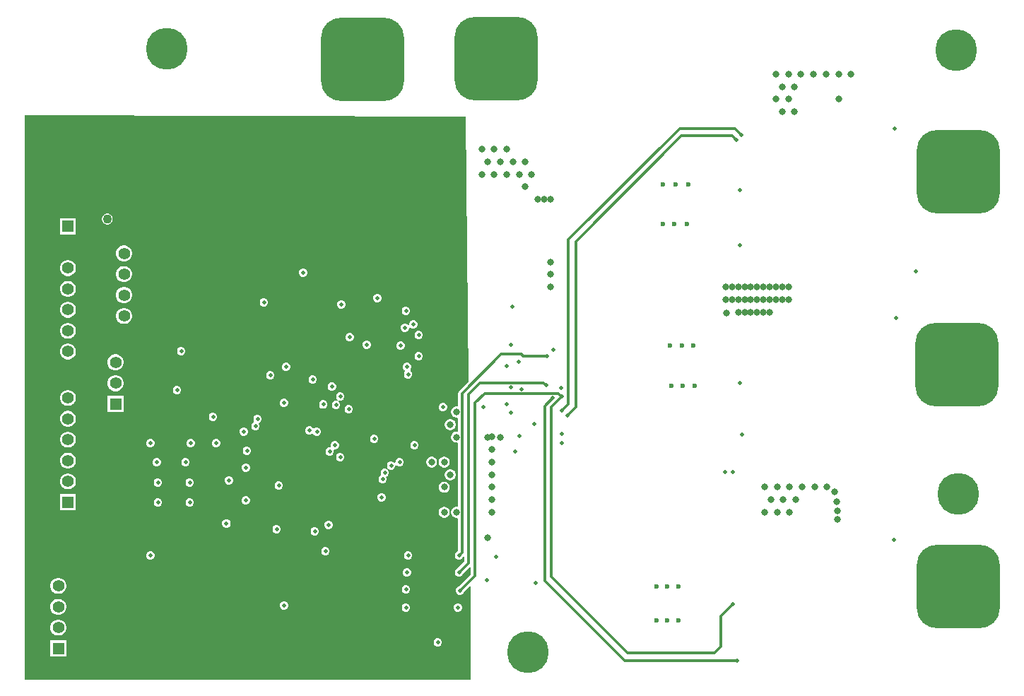
<source format=gbr>
%FSTAX23Y23*%
%MOIN*%
%SFA1B1*%

%IPPOS*%
%AMD100*
4,1,8,0.098400,0.196800,-0.098400,0.196800,-0.196800,0.098400,-0.196800,-0.098400,-0.098400,-0.196800,0.098400,-0.196800,0.196800,-0.098400,0.196800,0.098400,0.098400,0.196800,0.0*
1,1,0.196860,0.098400,0.098400*
1,1,0.196860,-0.098400,0.098400*
1,1,0.196860,-0.098400,-0.098400*
1,1,0.196860,0.098400,-0.098400*
%
%AMD101*
4,1,8,-0.196800,0.098400,-0.196800,-0.098400,-0.098400,-0.196800,0.098400,-0.196800,0.196800,-0.098400,0.196800,0.098400,0.098400,0.196800,-0.098400,0.196800,-0.196800,0.098400,0.0*
1,1,0.196860,-0.098400,0.098400*
1,1,0.196860,-0.098400,-0.098400*
1,1,0.196860,0.098400,-0.098400*
1,1,0.196860,0.098400,0.098400*
%
%ADD91R,0.055120X0.055120*%
%ADD92C,0.055120*%
%ADD93C,0.043310*%
%ADD98C,0.011810*%
%ADD99C,0.196850*%
G04~CAMADD=100~8~0.0~0.0~3937.0~3937.0~984.3~0.0~15~0.0~0.0~0.0~0.0~0~0.0~0.0~0.0~0.0~0~0.0~0.0~0.0~0.0~3937.0~3937.0*
%ADD100D100*%
G04~CAMADD=101~8~0.0~0.0~3937.0~3937.0~984.3~0.0~15~0.0~0.0~0.0~0.0~0~0.0~0.0~0.0~0.0~0~0.0~0.0~0.0~90.0~3936.0~3936.0*
%ADD101D101*%
%ADD102C,0.019680*%
%ADD103C,0.031500*%
%ADD104C,0.023620*%
%LNpcb_copper_signal_2-1*%
%LPD*%
G36*
X04847Y02973D02*
X04847Y02973D01*
X04847Y02973*
X04846Y02973*
X04846Y02973*
X04845Y02973*
X04844Y02974*
X04842Y02974*
X04841Y02974*
Y02985*
X04842Y02985*
X04845Y02986*
X04846Y02986*
X04846Y02986*
X04847Y02986*
X04847Y02986*
X04847Y02986*
Y02973*
G37*
G36*
X04882Y02772D02*
X04882Y02772D01*
X04882Y02772*
X04881Y02772*
X04881Y02772*
X0488Y02771*
X04879Y0277*
X04878Y02769*
X04877Y02768*
X04868Y02777*
X04869Y02778*
X04871Y0278*
X04872Y02781*
X04872Y02781*
X04872Y02782*
X04872Y02782*
X04872Y02782*
X04882Y02772*
G37*
G36*
X0447Y0411D02*
X04484Y0286D01*
X04442Y02817*
X04438Y02811*
X04436Y02805*
Y02745*
X04432Y02742*
X04432Y02742*
X04425*
X04419Y0274*
X04413Y02737*
X04408Y02732*
X04405Y02726*
X04403Y02719*
Y02713*
X04405Y02706*
X04408Y027*
X04413Y02695*
X04419Y02692*
X04425Y0269*
X04432*
X04432Y0269*
X04436Y02687*
Y02627*
X04432Y02624*
X04432Y02624*
X04425*
X04419Y02622*
X04413Y02619*
X04408Y02614*
X04405Y02608*
X04403Y02601*
Y02595*
X04405Y02588*
X04408Y02582*
X04413Y02577*
X04419Y02574*
X04425Y02572*
X04432*
X04432Y02572*
X04436Y02569*
Y02272*
X04432Y02269*
X04432Y02269*
X04425*
X04419Y02268*
X04413Y02264*
X04408Y02259*
X04405Y02254*
X04403Y02247*
Y0224*
X04405Y02234*
X04408Y02228*
X04413Y02223*
X04419Y0222*
X04425Y02218*
X04432*
X04432Y02218*
X04436Y02215*
Y02062*
X04433Y02058*
X04428Y02056*
X04423Y02051*
X0442Y02043*
Y02036*
X04423Y02028*
X04428Y02023*
X04436Y0202*
X04443*
X04451Y02023*
X04456Y02028*
X04458Y02033*
X04462Y02036*
X04466Y02034*
Y02012*
X04433Y01978*
X04428Y01976*
X04423Y01971*
X0442Y01963*
Y01956*
X04423Y01948*
X04428Y01943*
X04436Y0194*
X04443*
X04451Y01943*
X04456Y01948*
X04458Y01953*
X0449Y01985*
X04495Y01983*
X04495Y01951*
X04438Y01893*
X04433Y01891*
X04428Y01886*
X04425Y01878*
Y01871*
X04428Y01863*
X04433Y01858*
X04441Y01855*
X04448*
X04456Y01858*
X04461Y01863*
X04463Y01868*
X04491Y01896*
X04496Y01894*
X04496Y01864*
Y01455*
X0239*
Y02065*
Y04114*
X02393Y04118*
X0447Y0411*
G37*
G36*
X04453Y02045D02*
X04453Y02044D01*
X0445Y02042*
X0445Y02041*
X0445Y02041*
X0445Y0204*
X04449Y0204*
X04449Y0204*
X0444Y02049*
X0444Y02049*
X0444Y0205*
X04441Y0205*
X04441Y0205*
X04442Y0205*
X04443Y02051*
X04444Y02053*
X04445Y02053*
X04453Y02045*
G37*
G36*
Y01965D02*
X04453Y01964D01*
X0445Y01962*
X0445Y01961*
X0445Y01961*
X0445Y0196*
X04449Y0196*
X04449Y0196*
X0444Y01969*
X0444Y01969*
X0444Y0197*
X04441Y0197*
X04441Y0197*
X04442Y0197*
X04443Y01971*
X04444Y01973*
X04445Y01973*
X04453Y01965*
G37*
G36*
X04458Y0188D02*
X04458Y01879D01*
X04455Y01877*
X04455Y01876*
X04455Y01876*
X04455Y01875*
X04454Y01875*
X04454Y01875*
X04445Y01884*
X04445Y01884*
X04445Y01885*
X04446Y01885*
X04446Y01885*
X04447Y01885*
X04448Y01886*
X04449Y01888*
X0445Y01888*
X04458Y0188*
G37*
G36*
X05736Y0155D02*
X05737Y0155D01*
X0574Y01551*
X05741Y01551*
X05741Y01551*
X05742Y01551*
X05742Y01551*
X05742Y01551*
Y01538*
X05742Y01538*
X05742Y01538*
X05741Y01538*
X05741Y01538*
X0574Y01538*
X05739Y01539*
X05737Y01539*
X05736*
Y0155*
G37*
G36*
X05716Y01804D02*
X05716Y01805D01*
X05719Y01807*
X05719Y01808*
X05719Y01808*
X0572Y01809*
X0572Y01809*
X0572Y01809*
X05729Y018*
X05729Y018*
X05729Y018*
X05728Y01799*
X05728Y01799*
X05727Y01799*
X05726Y01798*
X05725Y01796*
X05724Y01796*
X05716Y01804*
G37*
G36*
X04963Y02705D02*
X04963Y02704D01*
X0496Y02702*
X0496Y02701*
X0496Y02701*
X0496Y027*
X04959Y027*
X04959Y027*
X0495Y02709*
X0495Y02709*
X0495Y0271*
X04951Y0271*
X04951Y0271*
X04952Y0271*
X04953Y02711*
X04954Y02713*
X04955Y02713*
X04963Y02705*
G37*
G36*
X04938Y0273D02*
X04938Y02729D01*
X04935Y02727*
X04935Y02726*
X04935Y02726*
X04934Y02725*
X04934Y02725*
X04934Y02725*
X04925Y02734*
X04925Y02734*
X04925Y02735*
X04926Y02735*
X04926Y02735*
X04927Y02735*
X04928Y02736*
X04929Y02738*
X0493Y02738*
X04938Y0273*
G37*
G36*
X05741Y04013D02*
X05742Y04013D01*
X05745Y0401*
X05745Y0401*
X05746Y0401*
X05746Y0401*
X05746Y04009*
X05747Y04009*
X05737Y04*
X05737Y04*
X05737Y04*
X05737Y04001*
X05736Y04001*
X05736Y04002*
X05735Y04003*
X05734Y04004*
X05733Y04005*
X05741Y04013*
G37*
G36*
X05766Y04038D02*
X05767Y04038D01*
X0577Y04035*
X0577Y04035*
X05771Y04035*
X05771Y04035*
X05771Y04034*
X05772Y04034*
X05762Y04025*
X05762Y04025*
X05762Y04025*
X05762Y04026*
X05761Y04026*
X05761Y04027*
X0576Y04028*
X05759Y04029*
X05758Y0403*
X05766Y04038*
G37*
%LNpcb_copper_signal_2-2*%
%LPC*%
G36*
X02784Y03652D02*
X02777D01*
X02771Y03651*
X02765Y03647*
X0276Y03642*
X02757Y03637*
X02755Y0363*
Y03623*
X02757Y03617*
X0276Y03611*
X02765Y03606*
X02771Y03603*
X02777Y03601*
X02784*
X02791Y03603*
X02796Y03606*
X02801Y03611*
X02805Y03617*
X02806Y03623*
Y0363*
X02805Y03637*
X02801Y03642*
X02796Y03647*
X02791Y03651*
X02784Y03652*
G37*
G36*
X02632Y0363D02*
X02557D01*
Y03555*
X02632*
Y0363*
G37*
G36*
X02864Y03503D02*
X02855D01*
X02845Y035*
X02836Y03495*
X02829Y03488*
X02825Y0348*
X02822Y0347*
Y0346*
X02825Y03451*
X02829Y03442*
X02836Y03435*
X02845Y0343*
X02855Y03428*
X02864*
X02874Y0343*
X02883Y03435*
X0289Y03442*
X02895Y03451*
X02897Y0346*
Y0347*
X02895Y0348*
X0289Y03488*
X02883Y03495*
X02874Y035*
X02864Y03503*
G37*
G36*
X02599Y03433D02*
X0259D01*
X0258Y03431*
X02571Y03426*
X02564Y03419*
X0256Y0341*
X02557Y03401*
Y03391*
X0256Y03381*
X02564Y03373*
X02571Y03366*
X0258Y03361*
X0259Y03358*
X02599*
X02609Y03361*
X02618Y03366*
X02625Y03373*
X0263Y03381*
X02632Y03391*
Y03401*
X0263Y0341*
X02625Y03419*
X02618Y03426*
X02609Y03431*
X02599Y03433*
G37*
G36*
X03708Y03394D02*
X03701D01*
X03693Y03391*
X03688Y03386*
X03685Y03378*
Y03371*
X03688Y03363*
X03693Y03358*
X03701Y03355*
X03708*
X03716Y03358*
X03721Y03363*
X03724Y03371*
Y03378*
X03721Y03386*
X03716Y03391*
X03708Y03394*
G37*
G36*
X02864Y03404D02*
X02855D01*
X02845Y03402*
X02836Y03397*
X02829Y0339*
X02825Y03381*
X02822Y03372*
Y03362*
X02825Y03352*
X02829Y03344*
X02836Y03337*
X02845Y03332*
X02855Y03329*
X02864*
X02874Y03332*
X02883Y03337*
X0289Y03344*
X02895Y03352*
X02897Y03362*
Y03372*
X02895Y03381*
X0289Y0339*
X02883Y03397*
X02874Y03402*
X02864Y03404*
G37*
G36*
X02599Y03335D02*
X0259D01*
X0258Y03332*
X02571Y03327*
X02564Y0332*
X0256Y03312*
X02557Y03302*
Y03292*
X0256Y03283*
X02564Y03274*
X02571Y03267*
X0258Y03262*
X0259Y0326*
X02599*
X02609Y03262*
X02618Y03267*
X02625Y03274*
X0263Y03283*
X02632Y03292*
Y03302*
X0263Y03312*
X02625Y0332*
X02618Y03327*
X02609Y03332*
X02599Y03335*
G37*
G36*
X04058Y03274D02*
X04051D01*
X04043Y03271*
X04038Y03266*
X04035Y03258*
Y03251*
X04038Y03243*
X04043Y03238*
X04051Y03235*
X04058*
X04066Y03238*
X04071Y03243*
X04074Y03251*
Y03258*
X04071Y03266*
X04066Y03271*
X04058Y03274*
G37*
G36*
X02864Y03306D02*
X02855D01*
X02845Y03303*
X02836Y03299*
X02829Y03292*
X02825Y03283*
X02822Y03273*
Y03264*
X02825Y03254*
X02829Y03245*
X02836Y03238*
X02845Y03233*
X02855Y03231*
X02864*
X02874Y03233*
X02883Y03238*
X0289Y03245*
X02895Y03254*
X02897Y03264*
Y03273*
X02895Y03283*
X0289Y03292*
X02883Y03299*
X02874Y03303*
X02864Y03306*
G37*
G36*
X03523Y03254D02*
X03516D01*
X03508Y03251*
X03503Y03246*
X035Y03238*
Y03231*
X03503Y03223*
X03508Y03218*
X03516Y03215*
X03523*
X03531Y03218*
X03536Y03223*
X03539Y03231*
Y03238*
X03536Y03246*
X03531Y03251*
X03523Y03254*
G37*
G36*
X03888Y03244D02*
X03881D01*
X03873Y03241*
X03868Y03236*
X03865Y03228*
Y03221*
X03868Y03213*
X03873Y03208*
X03881Y03205*
X03888*
X03896Y03208*
X03901Y03213*
X03904Y03221*
Y03228*
X03901Y03236*
X03896Y03241*
X03888Y03244*
G37*
G36*
X04193Y03214D02*
X04186D01*
X04178Y03211*
X04173Y03206*
X0417Y03198*
Y03191*
X04173Y03183*
X04178Y03178*
X04186Y03175*
X04193*
X04201Y03178*
X04206Y03183*
X04209Y03191*
Y03198*
X04206Y03206*
X04201Y03211*
X04193Y03214*
G37*
G36*
X02599Y03236D02*
X0259D01*
X0258Y03234*
X02571Y03229*
X02564Y03222*
X0256Y03213*
X02557Y03204*
Y03194*
X0256Y03184*
X02564Y03176*
X02571Y03169*
X0258Y03164*
X0259Y03161*
X02599*
X02609Y03164*
X02618Y03169*
X02625Y03176*
X0263Y03184*
X02632Y03194*
Y03204*
X0263Y03213*
X02625Y03222*
X02618Y03229*
X02609Y03234*
X02599Y03236*
G37*
G36*
X02864Y03208D02*
X02855D01*
X02845Y03205*
X02836Y032*
X02829Y03193*
X02825Y03185*
X02822Y03175*
Y03165*
X02825Y03156*
X02829Y03147*
X02836Y0314*
X02845Y03135*
X02855Y03132*
X02864*
X02874Y03135*
X02883Y0314*
X0289Y03147*
X02895Y03156*
X02897Y03165*
Y03175*
X02895Y03185*
X0289Y03193*
X02883Y032*
X02874Y03205*
X02864Y03208*
G37*
G36*
X04228Y03149D02*
X04221D01*
X04213Y03146*
X04208Y03141*
X04205Y03133*
Y03129*
X042Y03127*
X04196Y03131*
X04188Y03134*
X04181*
X04173Y03131*
X04168Y03126*
X04165Y03118*
Y03111*
X04168Y03103*
X04173Y03098*
X04181Y03095*
X04188*
X04196Y03098*
X04201Y03103*
X04204Y03111*
Y03115*
X04209Y03117*
X04213Y03113*
X04221Y0311*
X04228*
X04236Y03113*
X04241Y03118*
X04244Y03126*
Y03133*
X04241Y03141*
X04236Y03146*
X04228Y03149*
G37*
G36*
X02599Y03138D02*
X0259D01*
X0258Y03135*
X02571Y0313*
X02564Y03123*
X0256Y03115*
X02557Y03105*
Y03095*
X0256Y03086*
X02564Y03077*
X02571Y0307*
X0258Y03065*
X0259Y03063*
X02599*
X02609Y03065*
X02618Y0307*
X02625Y03077*
X0263Y03086*
X02632Y03095*
Y03105*
X0263Y03115*
X02625Y03123*
X02618Y0313*
X02609Y03135*
X02599Y03138*
G37*
G36*
X04253Y03099D02*
X04246D01*
X04238Y03096*
X04233Y03091*
X0423Y03083*
Y03076*
X04233Y03068*
X04238Y03063*
X04246Y0306*
X04253*
X04261Y03063*
X04266Y03068*
X04269Y03076*
Y03083*
X04266Y03091*
X04261Y03096*
X04253Y03099*
G37*
G36*
X03928Y03089D02*
X03921D01*
X03913Y03086*
X03908Y03081*
X03905Y03073*
Y03066*
X03908Y03058*
X03913Y03053*
X03921Y0305*
X03928*
X03936Y03053*
X03941Y03058*
X03944Y03066*
Y03073*
X03941Y03081*
X03936Y03086*
X03928Y03089*
G37*
G36*
X04008Y03054D02*
X04001D01*
X03993Y03051*
X03988Y03046*
X03985Y03038*
Y03031*
X03988Y03023*
X03993Y03018*
X04001Y03015*
X04008*
X04016Y03018*
X04021Y03023*
X04024Y03031*
Y03038*
X04021Y03046*
X04016Y03051*
X04008Y03054*
G37*
G36*
X04168Y03049D02*
X04161D01*
X04153Y03046*
X04148Y03041*
X04145Y03033*
Y03026*
X04148Y03018*
X04153Y03013*
X04161Y0301*
X04168*
X04176Y03013*
X04181Y03018*
X04184Y03026*
Y03033*
X04181Y03041*
X04176Y03046*
X04168Y03049*
G37*
G36*
X03133Y03024D02*
X03126D01*
X03118Y03021*
X03113Y03016*
X0311Y03008*
Y03001*
X03113Y02993*
X03118Y02988*
X03126Y02985*
X03133*
X03141Y02988*
X03146Y02993*
X03149Y03001*
Y03008*
X03146Y03016*
X03141Y03021*
X03133Y03024*
G37*
G36*
X02599Y03039D02*
X0259D01*
X0258Y03037*
X02571Y03032*
X02564Y03025*
X0256Y03016*
X02557Y03007*
Y02997*
X0256Y02987*
X02564Y02979*
X02571Y02972*
X0258Y02967*
X0259Y02964*
X02599*
X02609Y02967*
X02618Y02972*
X02625Y02979*
X0263Y02987*
X02632Y02997*
Y03007*
X0263Y03016*
X02625Y03025*
X02618Y03032*
X02609Y03037*
X02599Y03039*
G37*
G36*
X04253Y02999D02*
X04246D01*
X04238Y02996*
X04233Y02991*
X0423Y02983*
Y02976*
X04233Y02968*
X04238Y02963*
X04246Y0296*
X04253*
X04261Y02963*
X04266Y02968*
X04269Y02976*
Y02983*
X04266Y02991*
X04261Y02996*
X04253Y02999*
G37*
G36*
X02824Y02989D02*
X02815D01*
X02805Y02986*
X02796Y02981*
X02789Y02974*
X02785Y02966*
X02782Y02956*
Y02946*
X02785Y02937*
X02789Y02928*
X02796Y02921*
X02805Y02916*
X02815Y02914*
X02824*
X02834Y02916*
X02843Y02921*
X0285Y02928*
X02855Y02937*
X02857Y02946*
Y02956*
X02855Y02966*
X0285Y02974*
X02843Y02981*
X02834Y02986*
X02824Y02989*
G37*
G36*
X03628Y02949D02*
X03621D01*
X03613Y02946*
X03608Y02941*
X03605Y02933*
Y02926*
X03608Y02918*
X03613Y02913*
X03621Y0291*
X03628*
X03636Y02913*
X03641Y02918*
X03644Y02926*
Y02933*
X03641Y02941*
X03636Y02946*
X03628Y02949*
G37*
G36*
X04198D02*
X04191D01*
X04183Y02946*
X04178Y02941*
X04175Y02933*
Y02926*
X04178Y02918*
X04183Y02913*
X04184Y02913*
X04185Y02908*
X04183Y02906*
X0418Y02899*
Y02891*
X04183Y02883*
X04188Y02878*
X04196Y02875*
X04204*
X04211Y02878*
X04216Y02883*
X04219Y02891*
Y02899*
X04216Y02906*
X04211Y02911*
X0421Y02912*
X0421Y02916*
X04211Y02918*
X04214Y02926*
Y02933*
X04211Y02941*
X04206Y02946*
X04198Y02949*
G37*
G36*
X03553Y02909D02*
X03546D01*
X03538Y02906*
X03533Y02901*
X0353Y02893*
Y02886*
X03533Y02878*
X03538Y02873*
X03546Y0287*
X03553*
X03561Y02873*
X03566Y02878*
X03569Y02886*
Y02893*
X03566Y02901*
X03561Y02906*
X03553Y02909*
G37*
G36*
X03753Y02889D02*
X03746D01*
X03738Y02886*
X03733Y02881*
X0373Y02873*
Y02866*
X03733Y02858*
X03738Y02853*
X03746Y0285*
X03753*
X03761Y02853*
X03766Y02858*
X03769Y02866*
Y02873*
X03766Y02881*
X03761Y02886*
X03753Y02889*
G37*
G36*
X03844Y02857D02*
X03836D01*
X03829Y02854*
X03823Y02848*
X0382Y02841*
Y02833*
X03823Y02826*
X03829Y0282*
X03836Y02817*
X03844*
X03851Y0282*
X03857Y02826*
X0386Y02833*
Y02841*
X03857Y02848*
X03851Y02854*
X03844Y02857*
G37*
G36*
X02824Y0289D02*
X02815D01*
X02805Y02888*
X02796Y02883*
X02789Y02876*
X02785Y02867*
X02782Y02858*
Y02848*
X02785Y02838*
X02789Y0283*
X02796Y02823*
X02805Y02818*
X02815Y02815*
X02824*
X02834Y02818*
X02843Y02823*
X0285Y0283*
X02855Y02838*
X02857Y02848*
Y02858*
X02855Y02867*
X0285Y02876*
X02843Y02883*
X02834Y02888*
X02824Y0289*
G37*
G36*
X03113Y02839D02*
X03106D01*
X03098Y02836*
X03093Y02831*
X0309Y02823*
Y02816*
X03093Y02808*
X03098Y02803*
X03106Y028*
X03113*
X03121Y02803*
X03126Y02808*
X03129Y02816*
Y02823*
X03126Y02831*
X03121Y02836*
X03113Y02839*
G37*
G36*
X03883Y02809D02*
X03876D01*
X03868Y02806*
X03863Y02801*
X0386Y02793*
Y02786*
X03863Y02778*
X03868Y02773*
X03866Y02768*
X03866Y02768*
X03863Y02769*
X03856*
X03848Y02766*
X03843Y02761*
X0384Y02753*
Y02746*
X03843Y02738*
X03848Y02733*
X03856Y0273*
X03863*
X03871Y02733*
X03876Y02738*
X03879Y02746*
Y02753*
X03876Y02761*
X03871Y02766*
X03873Y02771*
X03873Y02771*
X03876Y0277*
X03883*
X03891Y02773*
X03896Y02778*
X03899Y02786*
Y02793*
X03896Y02801*
X03891Y02806*
X03883Y02809*
G37*
G36*
X02599Y02821D02*
X0259D01*
X0258Y02818*
X02571Y02813*
X02564Y02806*
X0256Y02798*
X02557Y02788*
Y02778*
X0256Y02769*
X02564Y0276*
X02571Y02753*
X0258Y02748*
X0259Y02746*
X02599*
X02609Y02748*
X02618Y02753*
X02625Y0276*
X0263Y02769*
X02632Y02778*
Y02788*
X0263Y02798*
X02625Y02806*
X02618Y02813*
X02609Y02818*
X02599Y02821*
G37*
G36*
X03618Y02779D02*
X03611D01*
X03603Y02776*
X03598Y02771*
X03595Y02763*
Y02756*
X03598Y02748*
X03603Y02743*
X03611Y0274*
X03618*
X03626Y02743*
X03631Y02748*
X03634Y02756*
Y02763*
X03631Y02771*
X03626Y02776*
X03618Y02779*
G37*
G36*
X03803Y02772D02*
X03796D01*
X03788Y02769*
X03783Y02763*
X0378Y02756*
Y02748*
X03783Y02741*
X03788Y02735*
X03796Y02732*
X03803*
X03811Y02735*
X03816Y02741*
X03819Y02748*
Y02756*
X03816Y02763*
X03811Y02769*
X03803Y02772*
G37*
G36*
X04368Y02759D02*
X04361D01*
X04353Y02756*
X04348Y02751*
X04345Y02743*
Y02736*
X04348Y02728*
X04353Y02723*
X04361Y0272*
X04368*
X04376Y02723*
X04381Y02728*
X04384Y02736*
Y02743*
X04381Y02751*
X04376Y02756*
X04368Y02759*
G37*
G36*
X02857Y02792D02*
X02782D01*
Y02717*
X02857*
Y02792*
G37*
G36*
X03923Y02749D02*
X03916D01*
X03908Y02746*
X03903Y02741*
X039Y02733*
Y02726*
X03903Y02718*
X03908Y02713*
X03916Y0271*
X03923*
X03931Y02713*
X03936Y02718*
X03939Y02726*
Y02733*
X03936Y02741*
X03931Y02746*
X03923Y02749*
G37*
G36*
X03283Y02714D02*
X03276D01*
X03268Y02711*
X03263Y02706*
X0326Y02698*
Y02691*
X03263Y02683*
X03268Y02678*
X03276Y02675*
X03283*
X03291Y02678*
X03296Y02683*
X03299Y02691*
Y02698*
X03296Y02706*
X03291Y02711*
X03283Y02714*
G37*
G36*
X02599Y02722D02*
X0259D01*
X0258Y0272*
X02571Y02715*
X02564Y02708*
X0256Y02699*
X02557Y0269*
Y0268*
X0256Y0267*
X02564Y02662*
X02571Y02655*
X0258Y0265*
X0259Y02647*
X02599*
X02609Y0265*
X02618Y02655*
X02625Y02662*
X0263Y0267*
X02632Y0268*
Y0269*
X0263Y02699*
X02625Y02708*
X02618Y02715*
X02609Y0272*
X02599Y02722*
G37*
G36*
X04403Y02683D02*
X04396D01*
X04389Y02681*
X04383Y02678*
X04379Y02673*
X04375Y02667*
X04373Y0266*
Y02654*
X04375Y02647*
X04379Y02641*
X04383Y02636*
X04389Y02633*
X04396Y02631*
X04403*
X04409Y02633*
X04415Y02636*
X0442Y02641*
X04423Y02647*
X04425Y02654*
Y0266*
X04423Y02667*
X0442Y02673*
X04415Y02678*
X04409Y02681*
X04403Y02683*
G37*
G36*
X03493Y02704D02*
X03486D01*
X03478Y02701*
X03473Y02696*
X0347Y02688*
Y02681*
X03473Y02673*
X03471Y02668*
X03468Y02666*
X03463Y02661*
X0346Y02653*
Y02646*
X03463Y02638*
X03468Y02633*
X03476Y0263*
X03483*
X03491Y02633*
X03496Y02638*
X03499Y02646*
Y02653*
X03496Y02661*
X03498Y02666*
X03501Y02668*
X03506Y02673*
X03509Y02681*
Y02688*
X03506Y02696*
X03501Y02701*
X03493Y02704*
G37*
G36*
X03738Y02649D02*
X03731D01*
X03723Y02646*
X03718Y02641*
X03715Y02633*
Y02626*
X03718Y02618*
X03723Y02613*
X03731Y0261*
X03738*
X03746Y02613*
X03748Y02615*
X03753Y02614*
X03753Y02613*
X03758Y02608*
X03766Y02605*
X03773*
X03781Y02608*
X03786Y02613*
X03789Y02621*
Y02628*
X03786Y02636*
X03781Y02641*
X03773Y02644*
X03766*
X03758Y02641*
X03756Y02639*
X03751Y0264*
X03751Y02641*
X03746Y02646*
X03738Y02649*
G37*
G36*
X03428Y02644D02*
X03421D01*
X03413Y02641*
X03408Y02636*
X03405Y02628*
Y02621*
X03408Y02613*
X03413Y02608*
X03421Y02605*
X03428*
X03436Y02608*
X03441Y02613*
X03444Y02621*
Y02628*
X03441Y02636*
X03436Y02641*
X03428Y02644*
G37*
G36*
X04043Y02609D02*
X04036D01*
X04028Y02606*
X04023Y02601*
X0402Y02593*
Y02586*
X04023Y02578*
X04028Y02573*
X04036Y0257*
X04043*
X04051Y02573*
X04056Y02578*
X04059Y02586*
Y02593*
X04056Y02601*
X04051Y02606*
X04043Y02609*
G37*
G36*
X03298Y02589D02*
X03291D01*
X03283Y02586*
X03278Y02581*
X03275Y02573*
Y02566*
X03278Y02558*
X03283Y02553*
X03291Y0255*
X03298*
X03306Y02553*
X03311Y02558*
X03314Y02566*
Y02573*
X03311Y02581*
X03306Y02586*
X03298Y02589*
G37*
G36*
X03178D02*
X03171D01*
X03163Y02586*
X03158Y02581*
X03155Y02573*
Y02566*
X03158Y02558*
X03163Y02553*
X03171Y0255*
X03178*
X03186Y02553*
X03191Y02558*
X03194Y02566*
Y02573*
X03191Y02581*
X03186Y02586*
X03178Y02589*
G37*
G36*
X02988D02*
X02981D01*
X02973Y02586*
X02968Y02581*
X02965Y02573*
Y02566*
X02968Y02558*
X02973Y02553*
X02981Y0255*
X02988*
X02996Y02553*
X03001Y02558*
X03004Y02566*
Y02573*
X03001Y02581*
X02996Y02586*
X02988Y02589*
G37*
G36*
X02599Y02624D02*
X0259D01*
X0258Y02621*
X02571Y02616*
X02564Y02609*
X0256Y02601*
X02557Y02591*
Y02581*
X0256Y02572*
X02564Y02563*
X02571Y02556*
X0258Y02551*
X0259Y02549*
X02599*
X02609Y02551*
X02618Y02556*
X02625Y02563*
X0263Y02572*
X02632Y02581*
Y02591*
X0263Y02601*
X02625Y02609*
X02618Y02616*
X02609Y02621*
X02599Y02624*
G37*
G36*
X04233Y02579D02*
X04226D01*
X04218Y02576*
X04213Y02571*
X0421Y02563*
Y02556*
X04213Y02548*
X04218Y02543*
X04226Y0254*
X04233*
X04241Y02543*
X04246Y02548*
X04249Y02556*
Y02563*
X04246Y02571*
X04241Y02576*
X04233Y02579*
G37*
G36*
X03443Y02554D02*
X03436D01*
X03428Y02551*
X03423Y02546*
X0342Y02538*
Y02531*
X03423Y02523*
X03428Y02518*
X03436Y02515*
X03443*
X03451Y02518*
X03456Y02523*
X03459Y02531*
Y02538*
X03456Y02546*
X03451Y02551*
X03443Y02554*
G37*
G36*
X03858Y02579D02*
X03851D01*
X03843Y02576*
X03838Y02571*
X03835Y02563*
Y02556*
X03835Y02554*
X03835Y02553*
X03832Y02549*
X03826*
X03818Y02546*
X03813Y02541*
X0381Y02533*
Y02526*
X03813Y02518*
X03818Y02513*
X03826Y0251*
X03833*
X03841Y02513*
X03846Y02518*
X03849Y02526*
Y02533*
X03849Y02535*
X03849Y02536*
X03852Y0254*
X03858*
X03866Y02543*
X03871Y02548*
X03874Y02556*
Y02563*
X03871Y02571*
X03866Y02576*
X03858Y02579*
G37*
G36*
X03883Y02524D02*
X03876D01*
X03868Y02521*
X03863Y02516*
X0386Y02508*
Y02501*
X03863Y02493*
X03868Y02488*
X03876Y02485*
X03883*
X03891Y02488*
X03896Y02493*
X03899Y02501*
Y02508*
X03896Y02516*
X03891Y02521*
X03883Y02524*
G37*
G36*
X04163Y02499D02*
X04156D01*
X04148Y02496*
X04143Y02491*
X0414Y02483*
Y02479*
X04135Y02477*
X04131Y02481*
X04123Y02484*
X04116*
X04108Y02481*
X04103Y02476*
X041Y02468*
Y02461*
X04103Y02453*
X04108Y02448*
X04116Y02445*
X04123*
X04131Y02448*
X04136Y02453*
X04139Y02461*
Y02465*
X04144Y02467*
X04148Y02463*
X04156Y0246*
X04163*
X04171Y02463*
X04176Y02468*
X04179Y02476*
Y02483*
X04176Y02491*
X04171Y02496*
X04163Y02499*
G37*
G36*
X03153D02*
X03146D01*
X03138Y02496*
X03133Y02491*
X0313Y02483*
Y02476*
X03133Y02468*
X03138Y02463*
X03146Y0246*
X03153*
X03161Y02463*
X03166Y02468*
X03169Y02476*
Y02483*
X03166Y02491*
X03161Y02496*
X03153Y02499*
G37*
G36*
X03018D02*
X03011D01*
X03003Y02496*
X02998Y02491*
X02995Y02483*
Y02476*
X02998Y02468*
X03003Y02463*
X03011Y0246*
X03018*
X03026Y02463*
X03031Y02468*
X03034Y02476*
Y02483*
X03031Y02491*
X03026Y02496*
X03018Y02499*
G37*
G36*
X04373Y02506D02*
X04366D01*
X0436Y02504*
X04354Y025*
X04349Y02496*
X04346Y0249*
X04344Y02483*
Y02476*
X04346Y0247*
X04349Y02464*
X04354Y02459*
X0436Y02456*
X04366Y02454*
X04373*
X0438Y02456*
X04385Y02459*
X0439Y02464*
X04394Y0247*
X04395Y02476*
Y02483*
X04394Y0249*
X0439Y02496*
X04385Y025*
X0438Y02504*
X04373Y02506*
G37*
G36*
X04314D02*
X04307D01*
X04301Y02504*
X04295Y025*
X0429Y02496*
X04287Y0249*
X04285Y02483*
Y02476*
X04287Y0247*
X0429Y02464*
X04295Y02459*
X04301Y02456*
X04307Y02454*
X04314*
X0432Y02456*
X04326Y02459*
X04331Y02464*
X04335Y0247*
X04336Y02476*
Y02483*
X04335Y0249*
X04331Y02496*
X04326Y025*
X0432Y02504*
X04314Y02506*
G37*
G36*
X02599Y02525D02*
X0259D01*
X0258Y02523*
X02571Y02518*
X02564Y02511*
X0256Y02502*
X02557Y02493*
Y02483*
X0256Y02473*
X02564Y02465*
X02571Y02458*
X0258Y02453*
X0259Y0245*
X02599*
X02609Y02453*
X02618Y02458*
X02625Y02465*
X0263Y02473*
X02632Y02483*
Y02493*
X0263Y02502*
X02625Y02511*
X02618Y02518*
X02609Y02523*
X02599Y02525*
G37*
G36*
X03438Y02474D02*
X03431D01*
X03423Y02471*
X03418Y02466*
X03415Y02458*
Y02451*
X03418Y02443*
X03423Y02438*
X03431Y02435*
X03438*
X03446Y02438*
X03451Y02443*
X03454Y02451*
Y02458*
X03451Y02466*
X03446Y02471*
X03438Y02474*
G37*
G36*
X04403Y02447D02*
X04396D01*
X04389Y02445*
X04383Y02441*
X04379Y02437*
X04375Y02431*
X04373Y02424*
Y02417*
X04375Y02411*
X04379Y02405*
X04383Y024*
X04389Y02397*
X04396Y02395*
X04403*
X04409Y02397*
X04415Y024*
X0442Y02405*
X04423Y02411*
X04425Y02417*
Y02424*
X04423Y02431*
X0442Y02437*
X04415Y02441*
X04409Y02445*
X04403Y02447*
G37*
G36*
X04093Y02449D02*
X04086D01*
X04078Y02446*
X04073Y02441*
X0407Y02433*
Y02426*
X04073Y02418*
X04073Y02418*
X04068Y02416*
X04063Y02411*
X0406Y02403*
Y02396*
X04063Y02388*
X04068Y02383*
X04076Y0238*
X04083*
X04091Y02383*
X04096Y02388*
X04099Y02396*
Y02403*
X04096Y02411*
X04096Y02411*
X04101Y02413*
X04106Y02418*
X04109Y02426*
Y02433*
X04106Y02441*
X04101Y02446*
X04093Y02449*
G37*
G36*
X03358Y02414D02*
X03351D01*
X03343Y02411*
X03338Y02406*
X03335Y02398*
Y02391*
X03338Y02383*
X03343Y02378*
X03351Y02375*
X03358*
X03366Y02378*
X03371Y02383*
X03374Y02391*
Y02398*
X03371Y02406*
X03366Y02411*
X03358Y02414*
G37*
G36*
X03173Y02404D02*
X03166D01*
X03158Y02401*
X03153Y02396*
X0315Y02388*
Y02381*
X03153Y02373*
X03158Y02368*
X03166Y02365*
X03173*
X03181Y02368*
X03186Y02373*
X03189Y02381*
Y02388*
X03186Y02396*
X03181Y02401*
X03173Y02404*
G37*
G36*
X03023D02*
X03016D01*
X03008Y02401*
X03003Y02396*
X03Y02388*
Y02381*
X03003Y02373*
X03008Y02368*
X03016Y02365*
X03023*
X03031Y02368*
X03036Y02373*
X03039Y02381*
Y02388*
X03036Y02396*
X03031Y02401*
X03023Y02404*
G37*
G36*
X02599Y02427D02*
X0259D01*
X0258Y02425*
X02571Y0242*
X02564Y02413*
X0256Y02404*
X02557Y02394*
Y02385*
X0256Y02375*
X02564Y02366*
X02571Y02359*
X0258Y02355*
X0259Y02352*
X02599*
X02609Y02355*
X02618Y02359*
X02625Y02366*
X0263Y02375*
X02632Y02385*
Y02394*
X0263Y02404*
X02625Y02413*
X02618Y0242*
X02609Y02425*
X02599Y02427*
G37*
G36*
X03593Y02389D02*
X03586D01*
X03578Y02386*
X03573Y02381*
X0357Y02373*
Y02366*
X03573Y02358*
X03578Y02353*
X03586Y0235*
X03593*
X03601Y02353*
X03606Y02358*
X03609Y02366*
Y02373*
X03606Y02381*
X03601Y02386*
X03593Y02389*
G37*
G36*
X04373Y02387D02*
X04366D01*
X0436Y02386*
X04354Y02382*
X04349Y02378*
X04346Y02372*
X04344Y02365*
Y02358*
X04346Y02352*
X04349Y02346*
X04354Y02341*
X0436Y02338*
X04366Y02336*
X04373*
X0438Y02338*
X04385Y02341*
X0439Y02346*
X04394Y02352*
X04395Y02358*
Y02365*
X04394Y02372*
X0439Y02378*
X04385Y02382*
X0438Y02386*
X04373Y02387*
G37*
G36*
X04078Y02334D02*
X04071D01*
X04063Y02331*
X04058Y02326*
X04055Y02318*
Y02311*
X04058Y02303*
X04063Y02298*
X04071Y02295*
X04078*
X04086Y02298*
X04091Y02303*
X04094Y02311*
Y02318*
X04091Y02326*
X04086Y02331*
X04078Y02334*
G37*
G36*
X03438Y02319D02*
X03431D01*
X03423Y02316*
X03418Y02311*
X03415Y02303*
Y02296*
X03418Y02288*
X03423Y02283*
X03431Y0228*
X03438*
X03446Y02283*
X03451Y02288*
X03454Y02296*
Y02303*
X03451Y02311*
X03446Y02316*
X03438Y02319*
G37*
G36*
X03173Y02309D02*
X03166D01*
X03158Y02306*
X03153Y02301*
X0315Y02293*
Y02286*
X03153Y02278*
X03158Y02273*
X03166Y0227*
X03173*
X03181Y02273*
X03186Y02278*
X03189Y02286*
Y02293*
X03186Y02301*
X03181Y02306*
X03173Y02309*
G37*
G36*
X03023D02*
X03016D01*
X03008Y02306*
X03003Y02301*
X03Y02293*
Y02286*
X03003Y02278*
X03008Y02273*
X03016Y0227*
X03023*
X03031Y02273*
X03036Y02278*
X03039Y02286*
Y02293*
X03036Y02301*
X03031Y02306*
X03023Y02309*
G37*
G36*
X02632Y02329D02*
X02557D01*
Y02254*
X02632*
Y02329*
G37*
G36*
X04373Y02269D02*
X04366D01*
X0436Y02268*
X04354Y02264*
X04349Y02259*
X04346Y02254*
X04344Y02247*
Y0224*
X04346Y02234*
X04349Y02228*
X04354Y02223*
X0436Y0222*
X04366Y02218*
X04373*
X0438Y0222*
X04385Y02223*
X0439Y02228*
X04394Y02234*
X04395Y0224*
Y02247*
X04394Y02254*
X0439Y02259*
X04385Y02264*
X0438Y02268*
X04373Y02269*
G37*
G36*
X03347Y02211D02*
X03339D01*
X03332Y02208*
X03326Y02202*
X03323Y02195*
Y02187*
X03326Y0218*
X03332Y02174*
X03339Y02171*
X03347*
X03354Y02174*
X0336Y0218*
X03363Y02187*
Y02195*
X0336Y02202*
X03354Y02208*
X03347Y02211*
G37*
G36*
X03828Y02204D02*
X03821D01*
X03813Y02201*
X03808Y02196*
X03805Y02188*
Y02181*
X03808Y02173*
X03813Y02168*
X03821Y02165*
X03828*
X03836Y02168*
X03841Y02173*
X03844Y02181*
Y02188*
X03841Y02196*
X03836Y02201*
X03828Y02204*
G37*
G36*
X03583Y02184D02*
X03576D01*
X03568Y02181*
X03563Y02176*
X0356Y02168*
Y02161*
X03563Y02153*
X03568Y02148*
X03576Y02145*
X03583*
X03591Y02148*
X03596Y02153*
X03599Y02161*
Y02168*
X03596Y02176*
X03591Y02181*
X03583Y02184*
G37*
G36*
X03763Y02174D02*
X03756D01*
X03748Y02171*
X03743Y02166*
X0374Y02158*
Y02151*
X03743Y02143*
X03748Y02138*
X03756Y02135*
X03763*
X03771Y02138*
X03776Y02143*
X03779Y02151*
Y02158*
X03776Y02166*
X03771Y02171*
X03763Y02174*
G37*
G36*
X03813Y02079D02*
X03806D01*
X03798Y02076*
X03793Y02071*
X0379Y02063*
Y02056*
X03793Y02048*
X03798Y02043*
X03806Y0204*
X03813*
X03821Y02043*
X03826Y02048*
X03829Y02056*
Y02063*
X03826Y02071*
X03821Y02076*
X03813Y02079*
G37*
G36*
X04203Y02059D02*
X04196D01*
X04188Y02056*
X04183Y02051*
X0418Y02043*
Y02036*
X04183Y02028*
X04188Y02023*
X04196Y0202*
X04203*
X04211Y02023*
X04216Y02028*
X04219Y02036*
Y02043*
X04216Y02051*
X04211Y02056*
X04203Y02059*
G37*
G36*
X02988D02*
X02981D01*
X02973Y02056*
X02968Y02051*
X02965Y02043*
Y02036*
X02968Y02028*
X02973Y02023*
X02981Y0202*
X02988*
X02996Y02023*
X03001Y02028*
X03004Y02036*
Y02043*
X03001Y02051*
X02996Y02056*
X02988Y02059*
G37*
G36*
X04198Y01979D02*
X04191D01*
X04183Y01976*
X04178Y01971*
X04175Y01963*
Y01956*
X04178Y01948*
X04183Y01943*
X04191Y0194*
X04198*
X04206Y01943*
X04211Y01948*
X04214Y01956*
Y01963*
X04211Y01971*
X04206Y01976*
X04198Y01979*
G37*
G36*
X04193Y01899D02*
X04186D01*
X04178Y01896*
X04173Y01891*
X0417Y01883*
Y01876*
X04173Y01868*
X04178Y01863*
X04186Y0186*
X04193*
X04201Y01863*
X04206Y01868*
X04209Y01876*
Y01883*
X04206Y01891*
X04201Y01896*
X04193Y01899*
G37*
G36*
X02554Y01934D02*
X02545D01*
X02535Y01931*
X02526Y01926*
X02519Y01919*
X02515Y01911*
X02512Y01901*
Y01891*
X02515Y01882*
X02519Y01873*
X02526Y01866*
X02535Y01861*
X02545Y01859*
X02554*
X02564Y01861*
X02573Y01866*
X0258Y01873*
X02585Y01882*
X02587Y01891*
Y01901*
X02585Y01911*
X0258Y01919*
X02573Y01926*
X02564Y01931*
X02554Y01934*
G37*
G36*
X03618Y01824D02*
X03611D01*
X03603Y01821*
X03598Y01816*
X03595Y01808*
Y01801*
X03598Y01793*
X03603Y01788*
X03611Y01785*
X03618*
X03626Y01788*
X03631Y01793*
X03634Y01801*
Y01808*
X03631Y01816*
X03626Y01821*
X03618Y01824*
G37*
G36*
X04438Y01814D02*
X04431D01*
X04423Y01811*
X04418Y01806*
X04415Y01798*
Y01791*
X04418Y01783*
X04423Y01778*
X04431Y01775*
X04438*
X04446Y01778*
X04451Y01783*
X04454Y01791*
Y01798*
X04451Y01806*
X04446Y01811*
X04438Y01814*
G37*
G36*
X04193D02*
X04186D01*
X04178Y01811*
X04173Y01806*
X0417Y01798*
Y01791*
X04173Y01783*
X04178Y01778*
X04186Y01775*
X04193*
X04201Y01778*
X04206Y01783*
X04209Y01791*
Y01798*
X04206Y01806*
X04201Y01811*
X04193Y01814*
G37*
G36*
X02554Y01835D02*
X02545D01*
X02535Y01833*
X02526Y01828*
X02519Y01821*
X02515Y01812*
X02512Y01803*
Y01793*
X02515Y01783*
X02519Y01775*
X02526Y01768*
X02535Y01763*
X02545Y0176*
X02554*
X02564Y01763*
X02573Y01768*
X0258Y01775*
X02585Y01783*
X02587Y01793*
Y01803*
X02585Y01812*
X0258Y01821*
X02573Y01828*
X02564Y01833*
X02554Y01835*
G37*
G36*
Y01737D02*
X02545D01*
X02535Y01735*
X02526Y0173*
X02519Y01723*
X02515Y01714*
X02512Y01704*
Y01695*
X02515Y01685*
X02519Y01676*
X02526Y01669*
X02535Y01665*
X02545Y01662*
X02554*
X02564Y01665*
X02573Y01669*
X0258Y01676*
X02585Y01685*
X02587Y01695*
Y01704*
X02585Y01714*
X0258Y01723*
X02573Y0173*
X02564Y01735*
X02554Y01737*
G37*
G36*
X04343Y01649D02*
X04336D01*
X04328Y01646*
X04323Y01641*
X0432Y01633*
Y01626*
X04323Y01618*
X04328Y01613*
X04336Y0161*
X04343*
X04351Y01613*
X04356Y01618*
X04359Y01626*
Y01633*
X04356Y01641*
X04351Y01646*
X04343Y01649*
G37*
G36*
X02587Y01639D02*
X02512D01*
Y01564*
X02587*
Y01639*
G37*
%LNpcb_copper_signal_2-3*%
%LPD*%
G54D91*
X02595Y02291D03*
Y03592D03*
X0286Y03564D03*
X0282Y02755D03*
X0255Y01601D03*
G54D92*
X02595Y0239D03*
Y02488D03*
Y02586D03*
Y02685D03*
Y02783D03*
Y03494D03*
Y03396D03*
Y03297D03*
Y03199D03*
Y031D03*
Y03002D03*
X0286Y03465D03*
Y03367D03*
Y03268D03*
Y0317D03*
X0282Y02853D03*
Y02951D03*
X0255Y01896D03*
Y01798D03*
Y017D03*
G54D93*
X02781Y03627D03*
G54D98*
X04515Y0276D02*
X0456Y02805D01*
X04907D02*
X04922Y0279D01*
X0456Y02805D02*
X04907D01*
X04922Y0279D02*
X04925D01*
X04445Y01875D02*
X04515Y01945D01*
X0444Y0204D02*
X04455Y02055D01*
X0444Y0196D02*
X04485Y02005D01*
X04455Y02055D02*
Y02805D01*
X04875Y0274D02*
X04925Y0279D01*
X04539Y02854D02*
X04839D01*
X04848Y02845D02*
X0485D01*
X04839Y02854D02*
X04848Y02845D01*
X0499Y0274D02*
Y0352D01*
X05489Y04019D02*
X05727D01*
X0499Y0352D02*
X05489Y04019D01*
X04955Y02755D02*
Y0353D01*
X0548Y04055D02*
X05742D01*
X04955Y0353D02*
X0548Y04055D01*
X0495Y027D02*
X0499Y0274D01*
X04924Y02725D02*
X04955Y02755D01*
X04845Y02745D02*
X04882Y02782D01*
X05727Y04019D02*
X05747Y04D01*
X05742Y04055D02*
X05772Y04025D01*
X04455Y02805D02*
X04639Y02989D01*
X04734D02*
X04743Y0298D01*
X04639Y02989D02*
X04734D01*
X04743Y0298D02*
X04855D01*
X04875Y0194D02*
X05235Y0158D01*
X04875Y0194D02*
Y0274D01*
X04845Y0192D02*
Y02745D01*
Y0192D02*
X0522Y01545D01*
X05235Y0158D02*
X05645D01*
X0522Y01545D02*
X0575D01*
X04515Y01945D02*
Y0276D01*
X04485Y028D02*
X04539Y02854D01*
X04485Y02005D02*
Y028D01*
X05675Y0161D02*
Y01755D01*
X0573Y0181*
X05645Y0158D02*
X05675Y0161D01*
G54D99*
X06795Y0233D03*
X06785Y04425D03*
X04765Y01585D03*
X0306Y0443D03*
G54D100*
X03985Y0438D03*
X04615Y04385D03*
G54D101*
X06795Y0385D03*
X06787Y0294D03*
X06795Y01895D03*
G54D102*
X0356Y03095D03*
X03625Y0293D03*
X0384Y02837D03*
X0388Y0279D03*
X038Y02752D03*
X0386Y0275D03*
X0392Y0273D03*
X042Y02895D03*
X0425Y0308D03*
X04685Y02835D03*
X04735Y02825D03*
X04665Y02755D03*
X04685Y02715D03*
X03355Y02395D03*
X03435Y02455D03*
X0328Y02695D03*
X0344Y02535D03*
X03294Y0257D03*
X0359Y0237D03*
X0358Y02165D03*
X03825Y02185D03*
X03435Y023D03*
X0284Y0257D03*
X029Y0223D03*
X0355Y0289D03*
X04455Y0173D03*
X0424Y03025D03*
X03885Y03225D03*
X04005Y03035D03*
X03925Y0307D03*
X0457Y01925D03*
X0434Y0163D03*
X03705Y03375D03*
X0352Y03235D03*
X03575D03*
X0313Y03005D03*
X0311Y0282D03*
X03343Y02191D03*
X0381Y0206D03*
X03615Y01805D03*
X03925Y0445D03*
X03955D03*
X03985D03*
X04015D03*
X04045D03*
Y0442D03*
X04015D03*
X03985D03*
X03955D03*
X03925D03*
Y0439D03*
X03955D03*
X03985D03*
X04015D03*
X04045D03*
Y0436D03*
X04015D03*
X03985D03*
X03955D03*
X03925D03*
Y0433D03*
X03955D03*
X03985D03*
X04015D03*
X04045D03*
Y043D03*
X04015D03*
X03985D03*
X03955D03*
X03925D03*
Y0427D03*
X03955D03*
X03985D03*
X04015D03*
X04045D03*
Y0424D03*
X04015D03*
X03985D03*
X03955D03*
X03925D03*
Y0421D03*
X03955D03*
X03985D03*
X04015D03*
X04045D03*
Y0448D03*
X04015D03*
X03985D03*
X03955D03*
X03925D03*
Y0451D03*
X03955D03*
X03985D03*
X04015D03*
X04045Y0454D03*
X04015D03*
X03985D03*
X03955D03*
X03925D03*
X04045Y0451D03*
X04075Y0454D03*
Y0451D03*
Y0448D03*
Y0445D03*
Y0442D03*
Y0439D03*
Y0436D03*
Y0433D03*
Y043D03*
Y0427D03*
Y0424D03*
Y0421D03*
X04105Y0454D03*
Y0451D03*
Y0448D03*
Y0445D03*
Y0442D03*
Y0439D03*
Y0436D03*
Y0433D03*
Y043D03*
Y0427D03*
Y0424D03*
Y0421D03*
X04135Y0451D03*
Y0448D03*
Y0445D03*
Y0442D03*
Y0439D03*
Y0436D03*
Y0433D03*
Y043D03*
Y0427D03*
Y0424D03*
X03895Y0421D03*
Y0424D03*
Y0427D03*
Y043D03*
Y0433D03*
Y0436D03*
Y0439D03*
Y0442D03*
Y0445D03*
Y0448D03*
Y0451D03*
Y0454D03*
X03865D03*
Y0451D03*
Y0448D03*
Y0445D03*
Y0442D03*
Y0439D03*
Y0436D03*
Y0433D03*
Y043D03*
Y0427D03*
Y0424D03*
Y0421D03*
X03835Y0424D03*
Y0427D03*
Y043D03*
Y0433D03*
Y0436D03*
Y0439D03*
Y0442D03*
Y0445D03*
Y0448D03*
Y0451D03*
X04465Y04515D03*
Y04485D03*
Y04455D03*
Y04425D03*
Y04395D03*
Y04365D03*
Y04335D03*
Y04305D03*
Y04275D03*
Y04245D03*
X04495Y04215D03*
Y04245D03*
Y04275D03*
Y04305D03*
Y04335D03*
Y04365D03*
Y04395D03*
Y04425D03*
Y04455D03*
Y04485D03*
Y04515D03*
Y04545D03*
X04525D03*
Y04515D03*
Y04485D03*
Y04455D03*
Y04425D03*
Y04395D03*
Y04365D03*
Y04335D03*
Y04305D03*
Y04275D03*
Y04245D03*
Y04215D03*
X04765Y04245D03*
Y04275D03*
Y04305D03*
Y04335D03*
Y04365D03*
Y04395D03*
Y04425D03*
Y04455D03*
Y04485D03*
Y04515D03*
X04735Y04215D03*
Y04245D03*
Y04275D03*
Y04305D03*
Y04335D03*
Y04365D03*
Y04395D03*
Y04425D03*
Y04455D03*
Y04485D03*
Y04515D03*
Y04545D03*
X04705Y04215D03*
Y04245D03*
Y04275D03*
Y04305D03*
Y04335D03*
Y04365D03*
Y04395D03*
Y04425D03*
Y04455D03*
Y04485D03*
Y04515D03*
Y04545D03*
X04675Y04515D03*
X04555Y04545D03*
X04585D03*
X04615D03*
X04645D03*
X04675D03*
X04645Y04515D03*
X04615D03*
X04585D03*
X04555D03*
Y04485D03*
X04585D03*
X04615D03*
X04645D03*
X04675D03*
Y04215D03*
X04645D03*
X04615D03*
X04585D03*
X04555D03*
Y04245D03*
X04585D03*
X04615D03*
X04645D03*
X04675D03*
Y04275D03*
X04645D03*
X04615D03*
X04585D03*
X04555D03*
Y04305D03*
X04585D03*
X04615D03*
X04645D03*
X04675D03*
Y04335D03*
X04645D03*
X04615D03*
X04585D03*
X04555D03*
Y04365D03*
X04585D03*
X04615D03*
X04645D03*
X04675D03*
Y04395D03*
X04645D03*
X04615D03*
X04585D03*
X04555D03*
Y04425D03*
X04585D03*
X04615D03*
X04645D03*
X04675D03*
Y04455D03*
X04645D03*
X04615D03*
X04585D03*
X04555D03*
X06725Y0379D03*
Y0382D03*
Y0385D03*
Y0388D03*
Y0391D03*
X06755D03*
Y0388D03*
Y0385D03*
Y0382D03*
Y0379D03*
X06785D03*
Y0382D03*
Y0385D03*
Y0388D03*
Y0391D03*
X06815D03*
Y0388D03*
Y0385D03*
Y0382D03*
Y0379D03*
X06845D03*
Y0382D03*
Y0385D03*
Y0388D03*
Y0391D03*
X06875D03*
Y0388D03*
Y0385D03*
Y0382D03*
Y0379D03*
X06905D03*
Y0382D03*
Y0385D03*
Y0388D03*
Y0391D03*
X06935D03*
Y0388D03*
Y0385D03*
Y0382D03*
Y0379D03*
X06965D03*
Y0382D03*
Y0385D03*
Y0388D03*
Y0391D03*
X06695D03*
Y0388D03*
Y0385D03*
Y0382D03*
Y0379D03*
X06665D03*
Y0382D03*
Y0385D03*
Y0388D03*
X06635Y0391D03*
Y0388D03*
Y0385D03*
Y0382D03*
Y0379D03*
X06665Y0391D03*
X06635Y0394D03*
X06665D03*
X06695D03*
X06725D03*
X06755D03*
X06785D03*
X06815D03*
X06845D03*
X06875D03*
X06905D03*
X06935D03*
X06965D03*
X06635Y0397D03*
X06665D03*
X06695D03*
X06725D03*
X06755D03*
X06785D03*
X06815D03*
X06845D03*
X06875D03*
X06905D03*
X06935D03*
X06965D03*
X06665Y04D03*
X06695D03*
X06725D03*
X06755D03*
X06785D03*
X06815D03*
X06845D03*
X06875D03*
X06905D03*
X06935D03*
X06965Y0376D03*
X06935D03*
X06905D03*
X06875D03*
X06845D03*
X06815D03*
X06785D03*
X06755D03*
X06725D03*
X06695D03*
X06665D03*
X06635D03*
Y0373D03*
X06665D03*
X06695D03*
X06725D03*
X06755D03*
X06785D03*
X06815D03*
X06845D03*
X06875D03*
X06905D03*
X06935D03*
X06965D03*
X06935Y037D03*
X06905D03*
X06875D03*
X06845D03*
X06815D03*
X06785D03*
X06755D03*
X06725D03*
X06695D03*
X06665D03*
X06657Y0279D03*
X06687D03*
X06717D03*
X06747D03*
X06777D03*
X06807D03*
X06837D03*
X06867D03*
X06897D03*
X06927D03*
X06957Y0282D03*
X06927D03*
X06897D03*
X06867D03*
X06837D03*
X06807D03*
X06777D03*
X06747D03*
X06717D03*
X06687D03*
X06657D03*
X06627D03*
Y0285D03*
X06657D03*
X06687D03*
X06717D03*
X06747D03*
X06777D03*
X06807D03*
X06837D03*
X06867D03*
X06897D03*
X06927D03*
X06957D03*
X06927Y0309D03*
X06897D03*
X06867D03*
X06837D03*
X06807D03*
X06777D03*
X06747D03*
X06717D03*
X06687D03*
X06657D03*
X06957Y0306D03*
X06927D03*
X06897D03*
X06867D03*
X06837D03*
X06807D03*
X06777D03*
X06747D03*
X06717D03*
X06687D03*
X06657D03*
X06627D03*
X06957Y0303D03*
X06927D03*
X06897D03*
X06867D03*
X06837D03*
X06807D03*
X06777D03*
X06747D03*
X06717D03*
X06687D03*
X06657D03*
X06627D03*
X06657Y03D03*
X06627Y0288D03*
Y0291D03*
Y0294D03*
Y0297D03*
Y03D03*
X06657Y0297D03*
Y0294D03*
Y0291D03*
Y0288D03*
X06687D03*
Y0291D03*
Y0294D03*
Y0297D03*
Y03D03*
X06957D03*
Y0297D03*
Y0294D03*
Y0291D03*
Y0288D03*
X06927D03*
Y0291D03*
Y0294D03*
Y0297D03*
Y03D03*
X06897D03*
Y0297D03*
Y0294D03*
Y0291D03*
Y0288D03*
X06867D03*
Y0291D03*
Y0294D03*
Y0297D03*
Y03D03*
X06837D03*
Y0297D03*
Y0294D03*
Y0291D03*
Y0288D03*
X06807D03*
Y0291D03*
Y0294D03*
Y0297D03*
Y03D03*
X06777D03*
Y0297D03*
Y0294D03*
Y0291D03*
Y0288D03*
X06747D03*
Y0291D03*
Y0294D03*
Y0297D03*
Y03D03*
X06717D03*
Y0297D03*
Y0294D03*
Y0291D03*
Y0288D03*
X06725Y01835D03*
Y01865D03*
Y01895D03*
Y01925D03*
Y01955D03*
X06755D03*
Y01925D03*
Y01895D03*
Y01865D03*
Y01835D03*
X06785D03*
Y01865D03*
Y01895D03*
Y01925D03*
Y01955D03*
X06815D03*
Y01925D03*
Y01895D03*
Y01865D03*
Y01835D03*
X06845D03*
Y01865D03*
Y01895D03*
Y01925D03*
Y01955D03*
X06875D03*
Y01925D03*
Y01895D03*
Y01865D03*
Y01835D03*
X06905D03*
Y01865D03*
Y01895D03*
Y01925D03*
Y01955D03*
X06935D03*
Y01925D03*
Y01895D03*
Y01865D03*
Y01835D03*
X06965D03*
Y01865D03*
Y01895D03*
Y01925D03*
Y01955D03*
X06695D03*
Y01925D03*
Y01895D03*
Y01865D03*
Y01835D03*
X06665D03*
Y01865D03*
Y01895D03*
Y01925D03*
X06635Y01955D03*
Y01925D03*
Y01895D03*
Y01865D03*
Y01835D03*
X06665Y01955D03*
X06635Y01985D03*
X06665D03*
X06695D03*
X06725D03*
X06755D03*
X06785D03*
X06815D03*
X06845D03*
X06875D03*
X06905D03*
X06935D03*
X06965D03*
X06635Y02015D03*
X06665D03*
X06695D03*
X06725D03*
X06755D03*
X06785D03*
X06815D03*
X06845D03*
X06875D03*
X06905D03*
X06935D03*
X06965D03*
X06665Y02045D03*
X06695D03*
X06725D03*
X06755D03*
X06785D03*
X06815D03*
X06845D03*
X06875D03*
X06905D03*
X06935D03*
X06965Y01805D03*
X06935D03*
X06905D03*
X06875D03*
X06845D03*
X06815D03*
X06785D03*
X06755D03*
X06725D03*
X06695D03*
X06665D03*
X06635D03*
Y01775D03*
X06665D03*
X06695D03*
X06725D03*
X06755D03*
X06785D03*
X06815D03*
X06845D03*
X06875D03*
X06905D03*
X06935D03*
X06965D03*
X06935Y01745D03*
X06905D03*
X06875D03*
X06845D03*
X06815D03*
X06785D03*
X06755D03*
X06725D03*
X06695D03*
X06665D03*
X04275Y0272D03*
X04075Y02315D03*
X04885Y0301D03*
X0472Y02955D03*
X0425Y0298D03*
X04195Y0293D03*
X04615Y02035D03*
X048Y0191D03*
X04435Y01795D03*
X04445Y01875D03*
X0419Y0188D03*
X042Y0204D03*
X04195Y0196D03*
X0444Y0204D03*
Y0196D03*
X0469Y03215D03*
X04665Y02935D03*
X04685Y03035D03*
X0416Y0248D03*
X0412Y02465D03*
X0409Y0243D03*
X0408Y024D03*
X0383Y0253D03*
X0348Y0265D03*
X0349Y02685D03*
X03855Y0256D03*
X03735Y0263D03*
X0377Y02625D03*
X0388Y02505D03*
X0357Y0276D03*
X03615D03*
X03425Y02625D03*
X0376Y02155D03*
X04925Y0279D03*
X0485Y02845D03*
X0492Y0283D03*
X04924Y02725D03*
X0495Y027D03*
X04882Y02782D03*
X04855Y0298D03*
X05772Y04025D03*
X05747Y04D03*
X04925Y0257D03*
Y02615D03*
X04795Y0266D03*
X04725Y02605D03*
X0573Y02435D03*
X05694D03*
X04555Y0274D03*
X06595Y0338D03*
X065Y0316D03*
X06495Y04055D03*
X05765Y03765D03*
Y03505D03*
Y02855D03*
X05775Y0261D03*
X0573Y0181D03*
X0575Y01545D03*
X0649Y02115D03*
X04705Y0253D03*
X02985Y0204D03*
X02935D03*
X0317Y0229D03*
X03015Y0248D03*
X0302Y02385D03*
Y0229D03*
X02985Y0257D03*
X04025Y0267D03*
X0352Y02205D03*
X03175Y0257D03*
X03485Y0229D03*
X0315Y0248D03*
X0317Y02385D03*
X0419Y01795D03*
X03825Y023D03*
X0404Y0259D03*
X04055Y03255D03*
X0419Y03195D03*
X04225Y0313D03*
X04185Y03115D03*
X0423Y0256D03*
X04365Y0274D03*
X0375Y0287D03*
X04165Y0303D03*
G54D103*
X04635Y02598D03*
X04576D03*
X05994Y03307D03*
X05964Y03248D03*
X05935Y03307D03*
X05905Y03248D03*
X05875Y03307D03*
X05846Y03248D03*
X05875Y03188D03*
X05816Y03307D03*
X05787Y03248D03*
X05816Y03188D03*
X05757Y03307D03*
X05728Y03248D03*
X05757Y03188D03*
X05698Y03307D03*
X04842Y0372D03*
X04872Y03425D03*
Y03307D03*
X04783Y03838D03*
X04753Y03897D03*
X04724Y03838D03*
X04753Y03779D03*
X04665Y03956D03*
X04694Y03897D03*
X04665Y03838D03*
X04606Y03956D03*
X04635Y03897D03*
X04606Y03838D03*
X04547Y03956D03*
X04576Y03897D03*
X04547Y03838D03*
X04576Y02125D03*
X05964Y03307D03*
X05994Y03248D03*
X05905Y03307D03*
X05935Y03248D03*
X05905Y03188D03*
X05846Y03307D03*
X05875Y03248D03*
X05846Y03188D03*
X05787Y03307D03*
X05816Y03248D03*
X05787Y03188D03*
X05728Y03307D03*
X05757Y03248D03*
X05698D03*
X04872Y0372D03*
Y03366D03*
X04812Y0372D03*
X04429Y02716D03*
Y02598D03*
Y02244D03*
X04399Y02657D03*
X0437Y0248D03*
X04399Y02421D03*
X0437Y02362D03*
Y02244D03*
X04311Y0248D03*
X0621Y0234D03*
X06176Y02362D03*
X04595Y026D03*
Y0254D03*
Y0248D03*
Y0242D03*
Y02365D03*
Y02305D03*
Y02245D03*
X057Y03185D03*
X06289Y04311D03*
X0623D03*
Y04192D03*
X06171Y04311D03*
X06112D03*
X06053D03*
X06023Y04251D03*
Y04133D03*
X05994Y04311D03*
X05964Y04251D03*
X05994Y04192D03*
X05964Y04133D03*
X05935Y04311D03*
Y04192D03*
X06225Y0221D03*
Y0225D03*
X0622Y02295D03*
X06117Y02362D03*
X06058D03*
X06028Y02303D03*
X05999Y02362D03*
X05969Y02303D03*
X05999Y02244D03*
X0594Y02362D03*
X0591Y02303D03*
X0594Y02244D03*
X0588Y02362D03*
Y02244D03*
G54D104*
X0542Y01895D03*
X05475D03*
X054Y0379D03*
X0546D03*
X0552D03*
X05515Y03605D03*
X05455D03*
X054D03*
X05545Y0303D03*
X0549D03*
X05435D03*
X0555Y0284D03*
X05495D03*
X0544D03*
X0537Y01735D03*
X0542D03*
X05475D03*
X0537Y01895D03*
M02*
</source>
